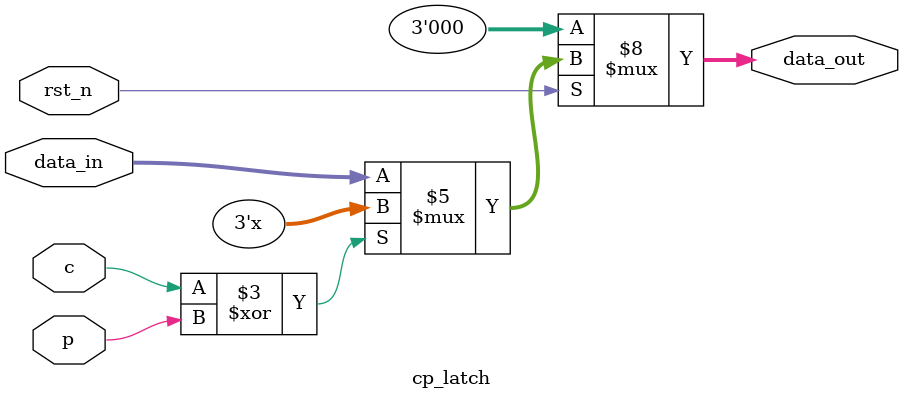
<source format=v>
module cp_latch(c,p,data_in,data_out,rst_n);
  parameter data_width=3;
  input c;
  input p;
  input [data_width-1:0]data_in;
  input rst_n;
  output reg [data_width-1:0]data_out;
  
  always@(*)
  begin
    if(!rst_n)
      data_out <= 3'b000;
    else
      if(c^p)
        data_out <= data_out;
      else
        data_out <= data_in;
  end
endmodule
  
</source>
